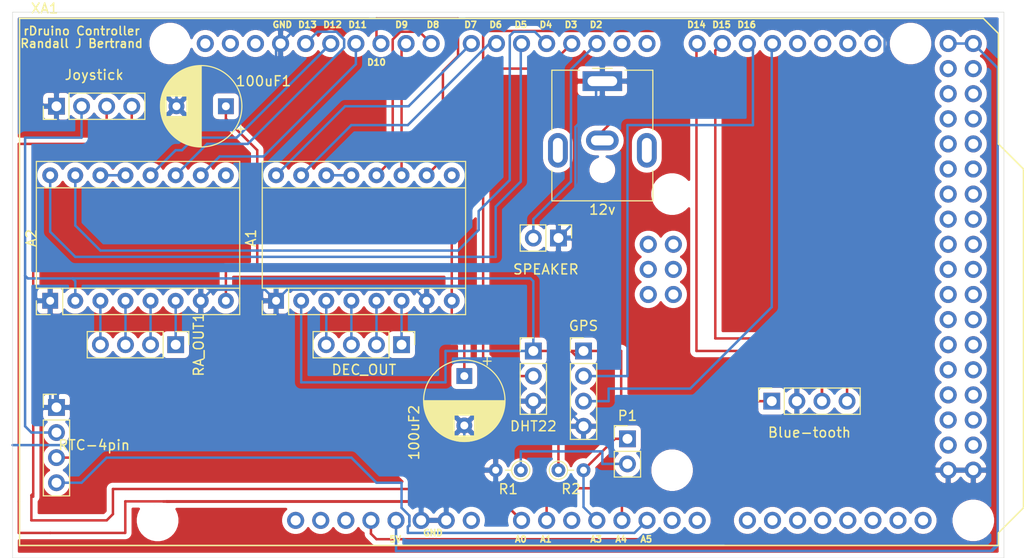
<source format=kicad_pcb>
(kicad_pcb (version 20171130) (host pcbnew "(5.1.8)-1")
  (layers (0 F.Cu signal) (31 B.Cu signal) (34 B.Paste user) (35 F.Paste user) (36 B.SilkS user) (37 F.SilkS user) (38 B.Mask user) (39 F.Mask user) (44 Edge.Cuts user))
  (net 0 "")
  (net 1 GND)
  (net 2 +3V3)
  (net 3 "Net-(A1-Pad10)")
  (net 4 "Net-(A1-Pad3)")
  (net 5 "Net-(A1-Pad11)")
  (net 6 "Net-(A1-Pad4)")
  (net 7 "Net-(A1-Pad12)")
  (net 8 "Net-(A1-Pad5)")
  (net 9 "Net-(A1-Pad6)")
  (net 10 "Net-(A1-Pad15)")
  (net 11 "Net-(A1-Pad16)")
  (net 12 "Net-(A2-Pad16)")
  (net 13 "Net-(A2-Pad15)")
  (net 14 "Net-(A2-Pad13)")
  (net 15 "Net-(A2-Pad6)")
  (net 16 "Net-(A2-Pad5)")
  (net 17 "Net-(A2-Pad12)")
  (net 18 "Net-(A2-Pad4)")
  (net 19 "Net-(A2-Pad11)")
  (net 20 "Net-(A2-Pad3)")
  (net 21 "Net-(A2-Pad10)")
  (net 22 "Net-(P1-Pad1)")
  (net 23 "Net-(P1-Pad2)")
  (net 24 "Net-(P2-Pad2)")
  (net 25 "Net-(P3-Pad3)")
  (net 26 "Net-(P3-Pad4)")
  (net 27 "Net-(P4-Pad4)")
  (net 28 "Net-(P4-Pad3)")
  (net 29 "Net-(P5-Pad4)")
  (net 30 "Net-(P5-Pad3)")
  (net 31 "Net-(P6-Pad2)")
  (net 32 +5V)
  (net 33 "Net-(P9-Pad2)")
  (net 34 "Net-(A1-Pad13)")
  (net 35 "Net-(100uF1-Pad1)")
  (net 36 "Net-(P2-Pad3)")
  (module Arduino:Arduino_Due_Shield (layer F.Cu) (at 88.340001 127)
    (fp_text reference XA1 (at 2.54 -54.356) (layer F.SilkS))
    (fp_text value Arduino_Due_Shield)
    (pad RST2 thru_hole oval (at 63.627 -25.4) (size 1.7272 1.7272) (drill 1.016) (layers *.Cu *.Mask))
    (pad GND4 thru_hole oval (at 66.167 -25.4) (size 1.7272 1.7272) (drill 1.016) (layers *.Cu *.Mask))
    (pad MOSI thru_hole oval (at 66.167 -27.94) (size 1.7272 1.7272) (drill 1.016) (layers *.Cu *.Mask))
    (pad SCK thru_hole oval (at 63.627 -27.94) (size 1.7272 1.7272) (drill 1.016) (layers *.Cu *.Mask))
    (pad 5V2 thru_hole oval (at 66.167 -30.48) (size 1.7272 1.7272) (drill 1.016) (layers *.Cu *.Mask))
    (pad A0 thru_hole oval (at 50.8 -2.54) (size 1.7272 1.7272) (drill 1.016) (layers *.Cu *.Mask) (net 25 "Net-(P3-Pad3)"))
    (pad VIN thru_hole oval (at 45.72 -2.54) (size 1.7272 1.7272) (drill 1.016) (layers *.Cu *.Mask))
    (pad GND3 thru_hole oval (at 43.18 -2.54) (size 1.7272 1.7272) (drill 1.016) (layers *.Cu *.Mask) (net 1 GND))
    (pad GND2 thru_hole oval (at 40.64 -2.54) (size 1.7272 1.7272) (drill 1.016) (layers *.Cu *.Mask) (net 1 GND))
    (pad 5V1 thru_hole oval (at 38.1 -2.54) (size 1.7272 1.7272) (drill 1.016) (layers *.Cu *.Mask) (net 32 +5V))
    (pad 3V3 thru_hole oval (at 35.56 -2.54) (size 1.7272 1.7272) (drill 1.016) (layers *.Cu *.Mask) (net 2 +3V3))
    (pad RST1 thru_hole oval (at 33.02 -2.54) (size 1.7272 1.7272) (drill 1.016) (layers *.Cu *.Mask))
    (pad IORF thru_hole oval (at 30.48 -2.54) (size 1.7272 1.7272) (drill 1.016) (layers *.Cu *.Mask))
    (pad D21 thru_hole oval (at 86.36 -50.8) (size 1.7272 1.7272) (drill 1.016) (layers *.Cu *.Mask))
    (pad D20 thru_hole oval (at 83.82 -50.8) (size 1.7272 1.7272) (drill 1.016) (layers *.Cu *.Mask))
    (pad D19 thru_hole oval (at 81.28 -50.8) (size 1.7272 1.7272) (drill 1.016) (layers *.Cu *.Mask))
    (pad D18 thru_hole oval (at 78.74 -50.8) (size 1.7272 1.7272) (drill 1.016) (layers *.Cu *.Mask))
    (pad D17 thru_hole oval (at 76.2 -50.8) (size 1.7272 1.7272) (drill 1.016) (layers *.Cu *.Mask) (net 36 "Net-(P2-Pad3)"))
    (pad D16 thru_hole oval (at 73.66 -50.8) (size 1.7272 1.7272) (drill 1.016) (layers *.Cu *.Mask) (net 24 "Net-(P2-Pad2)"))
    (pad D15 thru_hole oval (at 71.12 -50.8) (size 1.7272 1.7272) (drill 1.016) (layers *.Cu *.Mask) (net 29 "Net-(P5-Pad4)"))
    (pad D14 thru_hole oval (at 68.58 -50.8) (size 1.7272 1.7272) (drill 1.016) (layers *.Cu *.Mask) (net 30 "Net-(P5-Pad3)"))
    (pad D0 thru_hole oval (at 63.5 -50.8) (size 1.7272 1.7272) (drill 1.016) (layers *.Cu *.Mask))
    (pad D1 thru_hole oval (at 60.96 -50.8) (size 1.7272 1.7272) (drill 1.016) (layers *.Cu *.Mask))
    (pad D2 thru_hole oval (at 58.42 -50.8) (size 1.7272 1.7272) (drill 1.016) (layers *.Cu *.Mask) (net 33 "Net-(P9-Pad2)"))
    (pad D3 thru_hole oval (at 55.88 -50.8) (size 1.7272 1.7272) (drill 1.016) (layers *.Cu *.Mask) (net 31 "Net-(P6-Pad2)"))
    (pad D4 thru_hole oval (at 53.34 -50.8) (size 1.7272 1.7272) (drill 1.016) (layers *.Cu *.Mask) (net 13 "Net-(A2-Pad15)"))
    (pad D5 thru_hole oval (at 50.8 -50.8) (size 1.7272 1.7272) (drill 1.016) (layers *.Cu *.Mask) (net 12 "Net-(A2-Pad16)"))
    (pad D6 thru_hole oval (at 48.26 -50.8) (size 1.7272 1.7272) (drill 1.016) (layers *.Cu *.Mask) (net 10 "Net-(A1-Pad15)"))
    (pad D7 thru_hole oval (at 45.72 -50.8) (size 1.7272 1.7272) (drill 1.016) (layers *.Cu *.Mask) (net 11 "Net-(A1-Pad16)"))
    (pad GND1 thru_hole oval (at 26.416 -50.8) (size 1.7272 1.7272) (drill 1.016) (layers *.Cu *.Mask) (net 1 GND))
    (pad D8 thru_hole oval (at 41.656 -50.8) (size 1.7272 1.7272) (drill 1.016) (layers *.Cu *.Mask) (net 7 "Net-(A1-Pad12)"))
    (pad D9 thru_hole oval (at 39.116 -50.8) (size 1.7272 1.7272) (drill 1.016) (layers *.Cu *.Mask) (net 5 "Net-(A1-Pad11)"))
    (pad D10 thru_hole oval (at 36.576 -50.8) (size 1.7272 1.7272) (drill 1.016) (layers *.Cu *.Mask) (net 3 "Net-(A1-Pad10)"))
    (pad "" np_thru_hole circle (at 66.04 -7.62) (size 3.2 3.2) (drill 3.2) (layers *.Cu *.Mask))
    (pad "" np_thru_hole circle (at 66.04 -35.56) (size 3.2 3.2) (drill 3.2) (layers *.Cu *.Mask))
    (pad "" np_thru_hole circle (at 90.17 -50.8) (size 3.2 3.2) (drill 3.2) (layers *.Cu *.Mask))
    (pad "" np_thru_hole circle (at 15.24 -50.8) (size 3.2 3.2) (drill 3.2) (layers *.Cu *.Mask))
    (pad "" np_thru_hole circle (at 96.52 -2.54) (size 3.2 3.2) (drill 3.2) (layers *.Cu *.Mask))
    (pad "" np_thru_hole circle (at 13.97 -2.54) (size 3.2 3.2) (drill 3.2) (layers *.Cu *.Mask))
    (pad SCL1 thru_hole oval (at 18.796 -50.8) (size 1.7272 1.7272) (drill 1.016) (layers *.Cu *.Mask))
    (pad SDA1 thru_hole oval (at 21.336 -50.8) (size 1.7272 1.7272) (drill 1.016) (layers *.Cu *.Mask))
    (pad AREF thru_hole oval (at 23.876 -50.8) (size 1.7272 1.7272) (drill 1.016) (layers *.Cu *.Mask))
    (pad D13 thru_hole oval (at 28.956 -50.8) (size 1.7272 1.7272) (drill 1.016) (layers *.Cu *.Mask) (net 19 "Net-(A2-Pad11)"))
    (pad D12 thru_hole oval (at 31.496 -50.8) (size 1.7272 1.7272) (drill 1.016) (layers *.Cu *.Mask) (net 17 "Net-(A2-Pad12)"))
    (pad D11 thru_hole oval (at 34.036 -50.8) (size 1.7272 1.7272) (drill 1.016) (layers *.Cu *.Mask) (net 21 "Net-(A2-Pad10)"))
    (pad "" thru_hole oval (at 27.94 -2.54) (size 1.7272 1.7272) (drill 1.016) (layers *.Cu *.Mask))
    (pad A1 thru_hole oval (at 53.34 -2.54) (size 1.7272 1.7272) (drill 1.016) (layers *.Cu *.Mask) (net 26 "Net-(P3-Pad4)"))
    (pad A2 thru_hole oval (at 55.88 -2.54) (size 1.7272 1.7272) (drill 1.016) (layers *.Cu *.Mask))
    (pad A3 thru_hole oval (at 58.42 -2.54) (size 1.7272 1.7272) (drill 1.016) (layers *.Cu *.Mask) (net 22 "Net-(P1-Pad1)"))
    (pad A4 thru_hole oval (at 60.96 -2.54) (size 1.7272 1.7272) (drill 1.016) (layers *.Cu *.Mask) (net 28 "Net-(P4-Pad3)"))
    (pad A5 thru_hole oval (at 63.5 -2.54) (size 1.7272 1.7272) (drill 1.016) (layers *.Cu *.Mask) (net 27 "Net-(P4-Pad4)"))
    (pad A6 thru_hole oval (at 66.04 -2.54) (size 1.7272 1.7272) (drill 1.016) (layers *.Cu *.Mask))
    (pad A7 thru_hole oval (at 68.58 -2.54) (size 1.7272 1.7272) (drill 1.016) (layers *.Cu *.Mask))
    (pad A8 thru_hole oval (at 73.66 -2.54) (size 1.7272 1.7272) (drill 1.016) (layers *.Cu *.Mask))
    (pad A9 thru_hole oval (at 76.2 -2.54) (size 1.7272 1.7272) (drill 1.016) (layers *.Cu *.Mask))
    (pad A10 thru_hole oval (at 78.74 -2.54) (size 1.7272 1.7272) (drill 1.016) (layers *.Cu *.Mask))
    (pad A11 thru_hole oval (at 81.28 -2.54) (size 1.7272 1.7272) (drill 1.016) (layers *.Cu *.Mask))
    (pad DAC0 thru_hole oval (at 83.82 -2.54) (size 1.7272 1.7272) (drill 1.016) (layers *.Cu *.Mask))
    (pad DAC1 thru_hole oval (at 86.36 -2.54) (size 1.7272 1.7272) (drill 1.016) (layers *.Cu *.Mask))
    (pad CANR thru_hole oval (at 88.9 -2.54) (size 1.7272 1.7272) (drill 1.016) (layers *.Cu *.Mask))
    (pad CANT thru_hole oval (at 91.44 -2.54) (size 1.7272 1.7272) (drill 1.016) (layers *.Cu *.Mask))
    (pad 5V3 thru_hole oval (at 93.98 -50.8) (size 1.7272 1.7272) (drill 1.016) (layers *.Cu *.Mask) (net 32 +5V))
    (pad 5V4 thru_hole oval (at 96.52 -50.8) (size 1.7272 1.7272) (drill 1.016) (layers *.Cu *.Mask) (net 32 +5V))
    (pad D22 thru_hole oval (at 93.98 -48.26) (size 1.7272 1.7272) (drill 1.016) (layers *.Cu *.Mask))
    (pad D23 thru_hole oval (at 96.52 -48.26) (size 1.7272 1.7272) (drill 1.016) (layers *.Cu *.Mask))
    (pad D24 thru_hole oval (at 93.98 -45.72) (size 1.7272 1.7272) (drill 1.016) (layers *.Cu *.Mask))
    (pad D25 thru_hole oval (at 96.52 -45.72) (size 1.7272 1.7272) (drill 1.016) (layers *.Cu *.Mask))
    (pad D26 thru_hole oval (at 93.98 -43.18) (size 1.7272 1.7272) (drill 1.016) (layers *.Cu *.Mask))
    (pad D27 thru_hole oval (at 96.52 -43.18) (size 1.7272 1.7272) (drill 1.016) (layers *.Cu *.Mask))
    (pad D28 thru_hole oval (at 93.98 -40.64) (size 1.7272 1.7272) (drill 1.016) (layers *.Cu *.Mask))
    (pad D29 thru_hole oval (at 96.52 -40.64) (size 1.7272 1.7272) (drill 1.016) (layers *.Cu *.Mask))
    (pad D30 thru_hole oval (at 93.98 -38.1) (size 1.7272 1.7272) (drill 1.016) (layers *.Cu *.Mask))
    (pad D31 thru_hole oval (at 96.52 -38.1) (size 1.7272 1.7272) (drill 1.016) (layers *.Cu *.Mask))
    (pad D32 thru_hole oval (at 93.98 -35.56) (size 1.7272 1.7272) (drill 1.016) (layers *.Cu *.Mask))
    (pad D33 thru_hole oval (at 96.52 -35.56) (size 1.7272 1.7272) (drill 1.016) (layers *.Cu *.Mask))
    (pad D34 thru_hole oval (at 93.98 -33.02) (size 1.7272 1.7272) (drill 1.016) (layers *.Cu *.Mask))
    (pad D35 thru_hole oval (at 96.52 -33.02) (size 1.7272 1.7272) (drill 1.016) (layers *.Cu *.Mask))
    (pad D36 thru_hole oval (at 93.98 -30.48) (size 1.7272 1.7272) (drill 1.016) (layers *.Cu *.Mask))
    (pad D37 thru_hole oval (at 96.52 -30.48) (size 1.7272 1.7272) (drill 1.016) (layers *.Cu *.Mask))
    (pad D38 thru_hole oval (at 93.98 -27.94) (size 1.7272 1.7272) (drill 1.016) (layers *.Cu *.Mask))
    (pad D39 thru_hole oval (at 96.52 -27.94) (size 1.7272 1.7272) (drill 1.016) (layers *.Cu *.Mask))
    (pad D40 thru_hole oval (at 93.98 -25.4) (size 1.7272 1.7272) (drill 1.016) (layers *.Cu *.Mask))
    (pad D41 thru_hole oval (at 96.52 -25.4) (size 1.7272 1.7272) (drill 1.016) (layers *.Cu *.Mask))
    (pad D42 thru_hole oval (at 93.98 -22.86) (size 1.7272 1.7272) (drill 1.016) (layers *.Cu *.Mask))
    (pad D43 thru_hole oval (at 96.52 -22.86) (size 1.7272 1.7272) (drill 1.016) (layers *.Cu *.Mask))
    (pad D44 thru_hole oval (at 93.98 -20.32) (size 1.7272 1.7272) (drill 1.016) (layers *.Cu *.Mask))
    (pad D45 thru_hole oval (at 96.52 -20.32) (size 1.7272 1.7272) (drill 1.016) (layers *.Cu *.Mask))
    (pad D46 thru_hole oval (at 93.98 -17.78) (size 1.7272 1.7272) (drill 1.016) (layers *.Cu *.Mask))
    (pad D47 thru_hole oval (at 96.52 -17.78) (size 1.7272 1.7272) (drill 1.016) (layers *.Cu *.Mask))
    (pad D48 thru_hole oval (at 93.98 -15.24) (size 1.7272 1.7272) (drill 1.016) (layers *.Cu *.Mask))
    (pad D49 thru_hole oval (at 96.52 -15.24) (size 1.7272 1.7272) (drill 1.016) (layers *.Cu *.Mask))
    (pad D50 thru_hole oval (at 93.98 -12.7) (size 1.7272 1.7272) (drill 1.016) (layers *.Cu *.Mask))
    (pad D51 thru_hole oval (at 96.52 -12.7) (size 1.7272 1.7272) (drill 1.016) (layers *.Cu *.Mask))
    (pad D52 thru_hole oval (at 93.98 -10.16) (size 1.7272 1.7272) (drill 1.016) (layers *.Cu *.Mask))
    (pad D53 thru_hole oval (at 96.52 -10.16) (size 1.7272 1.7272) (drill 1.016) (layers *.Cu *.Mask))
    (pad GND5 thru_hole oval (at 93.98 -7.62) (size 1.7272 1.7272) (drill 1.016) (layers *.Cu *.Mask) (net 1 GND))
    (pad GND6 thru_hole oval (at 96.52 -7.62) (size 1.7272 1.7272) (drill 1.016) (layers *.Cu *.Mask) (net 1 GND))
    (pad MISO thru_hole oval (at 63.627 -30.48) (size 1.7272 1.7272) (drill 1.016) (layers *.Cu *.Mask))
  )
  (module Connector_BarrelJack:BarrelJack_CUI_PJ-063AH_Horizontal (layer F.Cu) (at 147.32 80.01)
    (fp_text reference J1)
    (fp_text value 12v (at 0 13) (layer F.SilkS))
    (pad 1 thru_hole rect (at 0 0) (size 4 2) (drill oval 3 1) (layers *.Cu *.Mask) (net 1 GND))
    (pad 2 thru_hole oval (at 0 6) (size 3.3 2) (drill oval 2.3 1) (layers *.Cu *.Mask) (net 35 "Net-(100uF1-Pad1)"))
    (pad MP thru_hole oval (at -4.5 7) (size 2 3.5) (drill oval 1 2.5) (layers *.Cu *.Mask))
    (pad MP thru_hole oval (at 4.5 7) (size 2 3.5) (drill oval 1 2.5) (layers *.Cu *.Mask))
    (pad "" np_thru_hole circle (at 0 9) (size 1.6 1.6) (drill 1.6) (layers *.Cu *.Mask))
  )
  (module Module:Pololu_Breakout-16_15.2x20.3mm (layer F.Cu) (at 114.3 102.235 90)
    (fp_text reference A1 (at 6.35 -2.54 90) (layer F.SilkS))
    (fp_text value "DRV8825 -DEC")
    (pad 1 thru_hole rect (at 0 0 90) (size 1.6 1.6) (drill 0.8) (layers *.Cu *.Mask) (net 1 GND))
    (pad 9 thru_hole oval (at 12.7 17.78 90) (size 1.6 1.6) (drill 0.8) (layers *.Cu *.Mask))
    (pad 2 thru_hole oval (at 0 2.54 90) (size 1.6 1.6) (drill 0.8) (layers *.Cu *.Mask) (net 2 +3V3))
    (pad 10 thru_hole oval (at 12.7 15.24 90) (size 1.6 1.6) (drill 0.8) (layers *.Cu *.Mask) (net 3 "Net-(A1-Pad10)"))
    (pad 3 thru_hole oval (at 0 5.08 90) (size 1.6 1.6) (drill 0.8) (layers *.Cu *.Mask) (net 4 "Net-(A1-Pad3)"))
    (pad 11 thru_hole oval (at 12.7 12.7 90) (size 1.6 1.6) (drill 0.8) (layers *.Cu *.Mask) (net 5 "Net-(A1-Pad11)"))
    (pad 4 thru_hole oval (at 0 7.62 90) (size 1.6 1.6) (drill 0.8) (layers *.Cu *.Mask) (net 6 "Net-(A1-Pad4)"))
    (pad 12 thru_hole oval (at 12.7 10.16 90) (size 1.6 1.6) (drill 0.8) (layers *.Cu *.Mask) (net 7 "Net-(A1-Pad12)"))
    (pad 5 thru_hole oval (at 0 10.16 90) (size 1.6 1.6) (drill 0.8) (layers *.Cu *.Mask) (net 8 "Net-(A1-Pad5)"))
    (pad 13 thru_hole oval (at 12.7 7.62 90) (size 1.6 1.6) (drill 0.8) (layers *.Cu *.Mask) (net 34 "Net-(A1-Pad13)"))
    (pad 6 thru_hole oval (at 0 12.7 90) (size 1.6 1.6) (drill 0.8) (layers *.Cu *.Mask) (net 9 "Net-(A1-Pad6)"))
    (pad 14 thru_hole oval (at 12.7 5.08 90) (size 1.6 1.6) (drill 0.8) (layers *.Cu *.Mask) (net 34 "Net-(A1-Pad13)"))
    (pad 7 thru_hole oval (at 0 15.24 90) (size 1.6 1.6) (drill 0.8) (layers *.Cu *.Mask) (net 1 GND))
    (pad 15 thru_hole oval (at 12.7 2.54 90) (size 1.6 1.6) (drill 0.8) (layers *.Cu *.Mask) (net 10 "Net-(A1-Pad15)"))
    (pad 8 thru_hole oval (at 0 17.78 90) (size 1.6 1.6) (drill 0.8) (layers *.Cu *.Mask) (net 35 "Net-(100uF1-Pad1)"))
    (pad 16 thru_hole oval (at 12.7 0 90) (size 1.6 1.6) (drill 0.8) (layers *.Cu *.Mask) (net 11 "Net-(A1-Pad16)"))
  )
  (module Module:Pololu_Breakout-16_15.2x20.3mm (layer F.Cu) (at 91.44 102.235 90)
    (fp_text reference A2 (at 6.35 -1.905 90) (layer F.SilkS))
    (fp_text value "DRV8825 - RA")
    (pad 16 thru_hole oval (at 12.7 0 90) (size 1.6 1.6) (drill 0.8) (layers *.Cu *.Mask) (net 12 "Net-(A2-Pad16)"))
    (pad 8 thru_hole oval (at 0 17.78 90) (size 1.6 1.6) (drill 0.8) (layers *.Cu *.Mask) (net 35 "Net-(100uF1-Pad1)"))
    (pad 15 thru_hole oval (at 12.7 2.54 90) (size 1.6 1.6) (drill 0.8) (layers *.Cu *.Mask) (net 13 "Net-(A2-Pad15)"))
    (pad 7 thru_hole oval (at 0 15.24 90) (size 1.6 1.6) (drill 0.8) (layers *.Cu *.Mask) (net 1 GND))
    (pad 14 thru_hole oval (at 12.7 5.08 90) (size 1.6 1.6) (drill 0.8) (layers *.Cu *.Mask) (net 14 "Net-(A2-Pad13)"))
    (pad 6 thru_hole oval (at 0 12.7 90) (size 1.6 1.6) (drill 0.8) (layers *.Cu *.Mask) (net 15 "Net-(A2-Pad6)"))
    (pad 13 thru_hole oval (at 12.7 7.62 90) (size 1.6 1.6) (drill 0.8) (layers *.Cu *.Mask) (net 14 "Net-(A2-Pad13)"))
    (pad 5 thru_hole oval (at 0 10.16 90) (size 1.6 1.6) (drill 0.8) (layers *.Cu *.Mask) (net 16 "Net-(A2-Pad5)"))
    (pad 12 thru_hole oval (at 12.7 10.16 90) (size 1.6 1.6) (drill 0.8) (layers *.Cu *.Mask) (net 17 "Net-(A2-Pad12)"))
    (pad 4 thru_hole oval (at 0 7.62 90) (size 1.6 1.6) (drill 0.8) (layers *.Cu *.Mask) (net 18 "Net-(A2-Pad4)"))
    (pad 11 thru_hole oval (at 12.7 12.7 90) (size 1.6 1.6) (drill 0.8) (layers *.Cu *.Mask) (net 19 "Net-(A2-Pad11)"))
    (pad 3 thru_hole oval (at 0 5.08 90) (size 1.6 1.6) (drill 0.8) (layers *.Cu *.Mask) (net 20 "Net-(A2-Pad3)"))
    (pad 10 thru_hole oval (at 12.7 15.24 90) (size 1.6 1.6) (drill 0.8) (layers *.Cu *.Mask) (net 21 "Net-(A2-Pad10)"))
    (pad 2 thru_hole oval (at 0 2.54 90) (size 1.6 1.6) (drill 0.8) (layers *.Cu *.Mask) (net 2 +3V3))
    (pad 9 thru_hole oval (at 12.7 17.78 90) (size 1.6 1.6) (drill 0.8) (layers *.Cu *.Mask))
    (pad 1 thru_hole rect (at 0 0 90) (size 1.6 1.6) (drill 0.8) (layers *.Cu *.Mask) (net 1 GND))
  )
  (module Connector_PinHeader_2.54mm:PinHeader_1x04_P2.54mm_Vertical (layer F.Cu) (at 145.415 107.315)
    (fp_text reference P2)
    (fp_text value GPS (at 0 -2.54) (layer F.SilkS))
    (pad 1 thru_hole rect (at 0 0) (size 1.7 1.7) (drill 1) (layers *.Cu *.Mask) (net 2 +3V3))
    (pad 2 thru_hole oval (at 0 2.54) (size 1.7 1.7) (drill 1) (layers *.Cu *.Mask) (net 24 "Net-(P2-Pad2)"))
    (pad 3 thru_hole oval (at 0 5.08) (size 1.7 1.7) (drill 1) (layers *.Cu *.Mask) (net 36 "Net-(P2-Pad3)"))
    (pad 4 thru_hole oval (at 0 7.62) (size 1.7 1.7) (drill 1) (layers *.Cu *.Mask) (net 1 GND))
  )
  (module Connector_PinHeader_2.54mm:PinHeader_1x04_P2.54mm_Vertical (layer F.Cu) (at 92.075 82.55 90)
    (fp_text reference P3)
    (fp_text value Joystick (at 3.175 3.81 180) (layer F.SilkS))
    (pad 1 thru_hole rect (at 0 0 90) (size 1.7 1.7) (drill 1) (layers *.Cu *.Mask) (net 1 GND))
    (pad 2 thru_hole oval (at 0 2.54 90) (size 1.7 1.7) (drill 1) (layers *.Cu *.Mask) (net 2 +3V3))
    (pad 3 thru_hole oval (at 0 5.08 90) (size 1.7 1.7) (drill 1) (layers *.Cu *.Mask) (net 25 "Net-(P3-Pad3)"))
    (pad 4 thru_hole oval (at 0 7.62 90) (size 1.7 1.7) (drill 1) (layers *.Cu *.Mask) (net 26 "Net-(P3-Pad4)"))
  )
  (module Connector_PinHeader_2.54mm:PinHeader_1x04_P2.54mm_Vertical (layer F.Cu) (at 92.075 113.03)
    (fp_text reference P4)
    (fp_text value RTC-4pin (at 3.81 3.81) (layer F.SilkS))
    (pad 4 thru_hole oval (at 0 7.62) (size 1.7 1.7) (drill 1) (layers *.Cu *.Mask) (net 27 "Net-(P4-Pad4)"))
    (pad 3 thru_hole oval (at 0 5.08) (size 1.7 1.7) (drill 1) (layers *.Cu *.Mask) (net 28 "Net-(P4-Pad3)"))
    (pad 2 thru_hole oval (at 0 2.54) (size 1.7 1.7) (drill 1) (layers *.Cu *.Mask) (net 2 +3V3))
    (pad 1 thru_hole rect (at 0 0) (size 1.7 1.7) (drill 1) (layers *.Cu *.Mask) (net 1 GND))
  )
  (module Connector_PinHeader_2.54mm:PinHeader_1x04_P2.54mm_Vertical (layer F.Cu) (at 127 106.68 270)
    (fp_text reference DEC_OUT1)
    (fp_text value DEC_OUT (at 2.54 3.81 180) (layer F.SilkS))
    (pad 4 thru_hole oval (at 0 7.62 270) (size 1.7 1.7) (drill 1) (layers *.Cu *.Mask) (net 4 "Net-(A1-Pad3)"))
    (pad 3 thru_hole oval (at 0 5.08 270) (size 1.7 1.7) (drill 1) (layers *.Cu *.Mask) (net 6 "Net-(A1-Pad4)"))
    (pad 2 thru_hole oval (at 0 2.54 270) (size 1.7 1.7) (drill 1) (layers *.Cu *.Mask) (net 8 "Net-(A1-Pad5)"))
    (pad 1 thru_hole rect (at 0 0 270) (size 1.7 1.7) (drill 1) (layers *.Cu *.Mask) (net 9 "Net-(A1-Pad6)"))
  )
  (module Connector_PinHeader_2.54mm:PinHeader_1x02_P2.54mm_Vertical (layer F.Cu) (at 142.875 95.885 270)
    (fp_text reference P9)
    (fp_text value SPEAKER (at 3.175 1.27 180) (layer F.SilkS))
    (pad 1 thru_hole rect (at 0 0 270) (size 1.7 1.7) (drill 1) (layers *.Cu *.Mask) (net 1 GND))
    (pad 2 thru_hole oval (at 0 2.54 270) (size 1.7 1.7) (drill 1) (layers *.Cu *.Mask) (net 33 "Net-(P9-Pad2)"))
  )
  (module Connector_PinSocket_2.54mm:PinSocket_1x04_P2.54mm_Vertical (layer F.Cu) (at 164.465 112.395 90)
    (fp_text reference P5)
    (fp_text value Blue-tooth (at -3.175 3.81 180) (layer F.SilkS))
    (pad 4 thru_hole oval (at 0 7.62 90) (size 1.7 1.7) (drill 1) (layers *.Cu *.Mask) (net 29 "Net-(P5-Pad4)"))
    (pad 3 thru_hole oval (at 0 5.08 90) (size 1.7 1.7) (drill 1) (layers *.Cu *.Mask) (net 30 "Net-(P5-Pad3)"))
    (pad 2 thru_hole oval (at 0 2.54 90) (size 1.7 1.7) (drill 1) (layers *.Cu *.Mask) (net 1 GND))
    (pad 1 thru_hole rect (at 0 0 90) (size 1.7 1.7) (drill 1) (layers *.Cu *.Mask) (net 2 +3V3))
  )
  (module Resistor_THT:R_Axial_DIN0204_L3.6mm_D1.6mm_P2.54mm_Vertical (layer F.Cu) (at 139.065 119.38 180)
    (fp_text reference R1 (at 1.27 -1.92) (layer F.SilkS))
    (fp_text value "330 Ohms")
    (pad 1 thru_hole circle (at 0 0 180) (size 1.4 1.4) (drill 0.7) (layers *.Cu *.Mask) (net 23 "Net-(P1-Pad2)"))
    (pad 2 thru_hole oval (at 2.54 0 180) (size 1.4 1.4) (drill 0.7) (layers *.Cu *.Mask) (net 1 GND))
  )
  (module Resistor_THT:R_Axial_DIN0204_L3.6mm_D1.6mm_P2.54mm_Vertical (layer F.Cu) (at 142.875 119.38)
    (fp_text reference R2 (at 1.27 1.905) (layer F.SilkS))
    (fp_text value "330 Ohms")
    (pad 2 thru_hole oval (at 2.54 0) (size 1.4 1.4) (drill 0.7) (layers *.Cu *.Mask) (net 22 "Net-(P1-Pad1)"))
    (pad 1 thru_hole circle (at 0 0) (size 1.4 1.4) (drill 0.7) (layers *.Cu *.Mask) (net 2 +3V3))
  )
  (module Connector_PinHeader_2.54mm:PinHeader_1x03_P2.54mm_Vertical (layer F.Cu) (at 140.335 107.315)
    (fp_text reference P6)
    (fp_text value DHT22 (at 0 7.62) (layer F.SilkS))
    (pad 1 thru_hole rect (at 0 0) (size 1.7 1.7) (drill 1) (layers *.Cu *.Mask) (net 2 +3V3))
    (pad 2 thru_hole oval (at 0 2.54) (size 1.7 1.7) (drill 1) (layers *.Cu *.Mask) (net 31 "Net-(P6-Pad2)"))
    (pad 3 thru_hole oval (at 0 5.08) (size 1.7 1.7) (drill 1) (layers *.Cu *.Mask) (net 1 GND))
  )
  (module Capacitor_THT:CP_Radial_D8.0mm_P5.00mm (layer F.Cu) (at 109.22 82.55 180)
    (fp_text reference 100uF1 (at -3.81 2.54) (layer F.SilkS))
    (fp_text value CP1)
    (pad 1 thru_hole rect (at 0 0 180) (size 1.6 1.6) (drill 0.8) (layers *.Cu *.Mask) (net 35 "Net-(100uF1-Pad1)"))
    (pad 2 thru_hole circle (at 5 0 180) (size 1.6 1.6) (drill 0.8) (layers *.Cu *.Mask) (net 1 GND))
  )
  (module Capacitor_THT:CP_Radial_D8.0mm_P5.00mm (layer F.Cu) (at 133.35 109.855 270)
    (fp_text reference 100uF2 (at 5.715 5.08 90) (layer F.SilkS))
    (fp_text value CP1)
    (pad 2 thru_hole circle (at 5 0 270) (size 1.6 1.6) (drill 0.8) (layers *.Cu *.Mask) (net 1 GND))
    (pad 1 thru_hole rect (at 0 0 270) (size 1.6 1.6) (drill 0.8) (layers *.Cu *.Mask) (net 35 "Net-(100uF1-Pad1)"))
  )
  (module Connector_PinHeader_2.54mm:PinHeader_1x02_P2.54mm_Vertical (layer F.Cu) (at 149.86 116.205)
    (fp_text reference P1 (at 0 -2.33) (layer F.SilkS))
    (fp_text value Switch)
    (pad 1 thru_hole rect (at 0 0) (size 1.7 1.7) (drill 1) (layers *.Cu *.Mask) (net 22 "Net-(P1-Pad1)"))
    (pad 2 thru_hole oval (at 0 2.54) (size 1.7 1.7) (drill 1) (layers *.Cu *.Mask) (net 23 "Net-(P1-Pad2)"))
  )
  (module Connector_PinHeader_2.54mm:PinHeader_1x04_P2.54mm_Vertical (layer F.Cu) (at 104.14 106.68 270)
    (fp_text reference RA_OUT1 (at 0 -2.33 90) (layer F.SilkS))
    (fp_text value RA_OUT)
    (pad 1 thru_hole rect (at 0 0 270) (size 1.7 1.7) (drill 1) (layers *.Cu *.Mask) (net 15 "Net-(A2-Pad6)"))
    (pad 2 thru_hole oval (at 0 2.54 270) (size 1.7 1.7) (drill 1) (layers *.Cu *.Mask) (net 16 "Net-(A2-Pad5)"))
    (pad 3 thru_hole oval (at 0 5.08 270) (size 1.7 1.7) (drill 1) (layers *.Cu *.Mask) (net 18 "Net-(A2-Pad4)"))
    (pad 4 thru_hole oval (at 0 7.62 270) (size 1.7 1.7) (drill 1) (layers *.Cu *.Mask) (net 20 "Net-(A2-Pad3)"))
  )
  (gr_text "Randall J Bertrand" (at 94.615 76.2) (layer F.SilkS) (effects (font (size 0.8636 0.8636) (thickness 0.15875))))
  (gr_text "rDruino Controller" (at 94.615 74.93) (layer F.SilkS) (effects (font (size 0.8636 0.8636) (thickness 0.1524))))
  (gr_text D16 (at 161.925 74.295) (layer F.SilkS) (effects (font (size 0.635 0.635) (thickness 0.15875))))
  (gr_text D15 (at 159.385 74.295) (layer F.SilkS) (effects (font (size 0.635 0.635) (thickness 0.15875))))
  (gr_text D14 (at 156.845 74.295) (layer F.SilkS) (effects (font (size 0.635 0.635) (thickness 0.15875))))
  (gr_text D2 (at 146.685 74.295) (layer F.SilkS) (effects (font (size 0.635 0.635) (thickness 0.15875))))
  (gr_text D3 (at 144.145 74.295) (layer F.SilkS) (effects (font (size 0.635 0.635) (thickness 0.15875))))
  (gr_text D4 (at 141.605 74.295) (layer F.SilkS) (effects (font (size 0.635 0.635) (thickness 0.15875))))
  (gr_text D5 (at 139.065 74.295) (layer F.SilkS) (effects (font (size 0.635 0.635) (thickness 0.15875))))
  (gr_text D6 (at 136.525 74.295) (layer F.SilkS) (effects (font (size 0.635 0.635) (thickness 0.15875))))
  (gr_text D7 (at 133.985 74.295) (layer F.SilkS) (effects (font (size 0.635 0.635) (thickness 0.15875))))
  (gr_text D8 (at 130.175 74.295) (layer F.SilkS) (effects (font (size 0.635 0.635) (thickness 0.15875))))
  (gr_text D9 (at 127 74.295) (layer F.SilkS) (effects (font (size 0.635 0.635) (thickness 0.15875))))
  (gr_text D10 (at 124.46 78.105) (layer F.SilkS) (effects (font (size 0.635 0.635) (thickness 0.15875))))
  (gr_text D11 (at 122.555 74.295) (layer F.SilkS) (effects (font (size 0.635 0.635) (thickness 0.15875))))
  (gr_text D12 (at 120.015 74.295) (layer F.SilkS) (effects (font (size 0.635 0.635) (thickness 0.15875))))
  (gr_text D13 (at 117.475 74.295) (layer F.SilkS) (effects (font (size 0.635 0.635) (thickness 0.15875))))
  (gr_text GND (at 114.935 74.295) (layer F.SilkS) (effects (font (size 0.635 0.635) (thickness 0.15875))))
  (gr_text A5 (at 151.765 126.365) (layer F.SilkS) (effects (font (size 0.635 0.635) (thickness 0.15875))))
  (gr_text A4 (at 149.225 126.365) (layer F.SilkS) (effects (font (size 0.635 0.635) (thickness 0.15875))))
  (gr_text A3 (at 146.685 126.365) (layer F.SilkS) (effects (font (size 0.635 0.635) (thickness 0.15875))))
  (gr_text A1 (at 141.605 126.365) (layer F.SilkS) (effects (font (size 0.635 0.635) (thickness 0.15875))))
  (gr_text A0 (at 139.065 126.365) (layer F.SilkS) (effects (font (size 0.635 0.635) (thickness 0.15875))))
  (gr_text 5V (at 126.365 126.365) (layer F.SilkS) (effects (font (size 0.635 0.635) (thickness 0.15875))))
  (gr_text GND (at 130.175 125.73) (layer F.SilkS) (effects (font (size 0.635 0.635) (thickness 0.15875))))
  (gr_line (start 187.96 73.025) (end 87.63 73.025) (layer Edge.Cuts) (width 0.05))
  (gr_line (start 187.96 128.27) (end 187.96 73.025) (layer Edge.Cuts) (width 0.05))
  (gr_line (start 87.63 128.27) (end 187.96 128.27) (layer Edge.Cuts) (width 0.05))
  (gr_line (start 87.63 73.025) (end 87.63 128.27) (layer Edge.Cuts) (width 0.05))
  (segment (start 184.860001 119.38) (end 182.320001 119.38) (width 0.25) (layer B.Cu) (net 1))
  (segment (start 115.425001 101.109999) (end 114.3 102.235) (width 0.25) (layer B.Cu) (net 1))
  (segment (start 128.414999 101.109999) (end 115.425001 101.109999) (width 0.25) (layer B.Cu) (net 1))
  (segment (start 129.54 102.235) (end 128.414999 101.109999) (width 0.25) (layer B.Cu) (net 1))
  (segment (start 107.805001 101.109999) (end 106.68 102.235) (width 0.25) (layer B.Cu) (net 1))
  (segment (start 114.3 102.235) (end 113.174999 101.109999) (width 0.25) (layer B.Cu) (net 1))
  (segment (start 106.68 111.125) (end 106.045 111.76) (width 0.25) (layer B.Cu) (net 1))
  (segment (start 106.68 102.235) (end 106.68 111.125) (width 0.25) (layer B.Cu) (net 1))
  (segment (start 104.869999 112.935001) (end 91.534999 112.935001) (width 0.25) (layer B.Cu) (net 1))
  (segment (start 106.045 111.76) (end 104.869999 112.935001) (width 0.25) (layer B.Cu) (net 1))
  (segment (start 91.44 112.840002) (end 91.44 111.76) (width 0.25) (layer B.Cu) (net 1))
  (segment (start 91.534999 112.935001) (end 91.44 112.840002) (width 0.25) (layer B.Cu) (net 1))
  (segment (start 91.44 111.76) (end 91.44 102.235) (width 0.25) (layer B.Cu) (net 1))
  (segment (start 128.980001 124.46) (end 131.520001 124.46) (width 0.25) (layer B.Cu) (net 1))
  (segment (start 136.525 119.455001) (end 136.525 119.38) (width 0.25) (layer B.Cu) (net 1))
  (segment (start 91.44 102.235) (end 91.44 101.6) (width 0.25) (layer B.Cu) (net 1))
  (segment (start 114.756001 76.378999) (end 114.756001 76.2) (width 0.25) (layer B.Cu) (net 1))
  (segment (start 175.888602 75.629471) (end 174.554131 74.295) (width 0.25) (layer B.Cu) (net 1))
  (segment (start 175.888602 116.198602) (end 175.888602 75.629471) (width 0.25) (layer B.Cu) (net 1))
  (segment (start 116.661001 74.295) (end 114.756001 76.2) (width 0.25) (layer B.Cu) (net 1))
  (segment (start 167.005 112.395) (end 167.005 116.84) (width 0.25) (layer B.Cu) (net 1))
  (segment (start 92.075 82.55) (end 92.075 78.74) (width 0.25) (layer B.Cu) (net 1))
  (segment (start 114.3 76.656001) (end 114.756001 76.2) (width 0.25) (layer B.Cu) (net 1))
  (segment (start 114.3 78.74) (end 114.3 76.656001) (width 0.25) (layer B.Cu) (net 1))
  (segment (start 142.875 112.395) (end 145.415 114.935) (width 0.25) (layer B.Cu) (net 1))
  (segment (start 140.335 112.395) (end 142.875 112.395) (width 0.25) (layer B.Cu) (net 1))
  (segment (start 131.520001 124.46) (end 131.520001 119.455001) (width 0.25) (layer B.Cu) (net 1))
  (segment (start 131.520001 119.455001) (end 131.595002 119.38) (width 0.25) (layer B.Cu) (net 1))
  (segment (start 136.525 112.395) (end 140.335 112.395) (width 0.25) (layer B.Cu) (net 1))
  (segment (start 154.94 116.84) (end 154.94 113.665) (width 0.25) (layer B.Cu) (net 1))
  (segment (start 154.94 116.84) (end 173.99 116.84) (width 0.25) (layer B.Cu) (net 1))
  (segment (start 154.94 113.665) (end 147.32 113.665) (width 0.25) (layer B.Cu) (net 1))
  (segment (start 145.415 114.935) (end 147.32 114.935) (width 0.25) (layer B.Cu) (net 1))
  (segment (start 147.32 114.935) (end 147.32 113.665) (width 0.25) (layer B.Cu) (net 1))
  (segment (start 175.895 119.38) (end 182.320001 119.38) (width 0.25) (layer B.Cu) (net 1))
  (segment (start 175.895 116.205) (end 175.895 119.38) (width 0.25) (layer B.Cu) (net 1))
  (segment (start 173.99 116.84) (end 175.895 116.84) (width 0.25) (layer B.Cu) (net 1))
  (segment (start 87.63 116.84) (end 94.615 116.84) (width 0.25) (layer B.Cu) (net 1))
  (segment (start 94.615 116.84) (end 94.615 113.03) (width 0.25) (layer B.Cu) (net 1))
  (segment (start 153.67 77.47) (end 153.67 74.295) (width 0.25) (layer B.Cu) (net 1))
  (segment (start 153.67 74.295) (end 116.661001 74.295) (width 0.25) (layer B.Cu) (net 1))
  (segment (start 174.554131 74.295) (end 153.67 74.295) (width 0.25) (layer B.Cu) (net 1))
  (segment (start 147.32 80.01) (end 151.13 80.01) (width 0.25) (layer B.Cu) (net 1))
  (segment (start 144.59501 94.16499) (end 144.59501 84.63999) (width 0.25) (layer B.Cu) (net 1))
  (segment (start 142.875 95.885) (end 144.59501 94.16499) (width 0.25) (layer B.Cu) (net 1))
  (segment (start 144.59501 84.63999) (end 146.685 82.55) (width 0.25) (layer B.Cu) (net 1))
  (segment (start 146.685 80.645) (end 147.32 80.01) (width 0.25) (layer B.Cu) (net 1))
  (segment (start 146.685 82.55) (end 146.685 80.645) (width 0.25) (layer B.Cu) (net 1))
  (segment (start 151.13 80.01) (end 153.67 77.47) (width 0.25) (layer B.Cu) (net 1))
  (segment (start 104.22 78.82) (end 104.14 78.74) (width 0.25) (layer B.Cu) (net 1))
  (segment (start 104.22 82.55) (end 104.22 78.82) (width 0.25) (layer B.Cu) (net 1))
  (segment (start 104.14 78.74) (end 114.3 78.74) (width 0.25) (layer B.Cu) (net 1))
  (segment (start 92.075 78.74) (end 104.14 78.74) (width 0.25) (layer B.Cu) (net 1))
  (segment (start 133.35 119.38) (end 136.525 119.38) (width 0.25) (layer B.Cu) (net 1))
  (segment (start 133.35 114.855) (end 133.35 119.38) (width 0.25) (layer B.Cu) (net 1))
  (segment (start 131.595002 119.38) (end 133.35 119.38) (width 0.25) (layer B.Cu) (net 1))
  (segment (start 142.875 95.885) (end 142.875 112.395) (width 0.25) (layer B.Cu) (net 1))
  (segment (start 111.615001 101.109999) (end 111.615001 112.250001) (width 0.25) (layer B.Cu) (net 1))
  (segment (start 113.174999 101.109999) (end 111.615001 101.109999) (width 0.25) (layer B.Cu) (net 1))
  (segment (start 111.615001 101.109999) (end 107.805001 101.109999) (width 0.25) (layer B.Cu) (net 1))
  (segment (start 111.615001 112.250001) (end 112.395 113.03) (width 0.25) (layer B.Cu) (net 1))
  (segment (start 112.395 113.03) (end 136.525 113.03) (width 0.25) (layer B.Cu) (net 1))
  (segment (start 136.525 113.03) (end 136.525 112.395) (width 0.25) (layer B.Cu) (net 1))
  (segment (start 136.525 119.38) (end 136.525 113.03) (width 0.25) (layer B.Cu) (net 1))
  (segment (start 93.98 102.235) (end 93.98 100.254978) (width 0.25) (layer B.Cu) (net 2))
  (segment (start 93.98 100.254978) (end 93.700011 99.974989) (width 0.25) (layer B.Cu) (net 2))
  (segment (start 94.615 85.725) (end 94.615 82.55) (width 0.25) (layer B.Cu) (net 2))
  (segment (start 88.9 85.725) (end 94.615 85.725) (width 0.25) (layer B.Cu) (net 2))
  (segment (start 88.9 99.695) (end 88.9 85.725) (width 0.25) (layer B.Cu) (net 2))
  (segment (start 89.179989 99.974989) (end 88.9 99.695) (width 0.25) (layer B.Cu) (net 2))
  (segment (start 93.700011 99.974989) (end 89.179989 99.974989) (width 0.25) (layer B.Cu) (net 2))
  (segment (start 92.075 115.57) (end 89.535 115.57) (width 0.25) (layer B.Cu) (net 2))
  (segment (start 88.9 114.935) (end 88.9 99.695) (width 0.25) (layer B.Cu) (net 2))
  (segment (start 89.535 115.57) (end 88.9 114.935) (width 0.25) (layer B.Cu) (net 2))
  (segment (start 144.145 107.315) (end 144.78 107.95) (width 0.25) (layer F.Cu) (net 2))
  (segment (start 149.225 112.395) (end 149.225 107.315) (width 0.25) (layer F.Cu) (net 2))
  (segment (start 149.225 107.315) (end 145.415 107.315) (width 0.25) (layer F.Cu) (net 2))
  (segment (start 116.84 102.235) (end 116.84 110.49) (width 0.25) (layer B.Cu) (net 2))
  (segment (start 116.84 110.49) (end 131.445 110.49) (width 0.25) (layer B.Cu) (net 2))
  (segment (start 131.445 110.49) (end 131.445 107.315) (width 0.25) (layer B.Cu) (net 2))
  (segment (start 131.445 107.315) (end 140.335 107.315) (width 0.25) (layer B.Cu) (net 2))
  (segment (start 142.875 119.38) (end 142.875 107.315) (width 0.25) (layer F.Cu) (net 2))
  (segment (start 142.875 107.315) (end 140.335 107.315) (width 0.25) (layer F.Cu) (net 2))
  (segment (start 145.415 107.315) (end 142.875 107.315) (width 0.25) (layer F.Cu) (net 2))
  (segment (start 140.335 100.965) (end 140.335 107.315) (width 0.25) (layer B.Cu) (net 2))
  (segment (start 140.335 100.254978) (end 140.335 100.965) (width 0.25) (layer B.Cu) (net 2))
  (segment (start 140.055011 99.974989) (end 140.335 100.254978) (width 0.25) (layer B.Cu) (net 2))
  (segment (start 93.700011 99.974989) (end 140.055011 99.974989) (width 0.25) (layer B.Cu) (net 2))
  (segment (start 164.465 112.395) (end 159.385 112.395) (width 0.25) (layer F.Cu) (net 2))
  (segment (start 159.385 112.395) (end 149.225 112.395) (width 0.25) (layer F.Cu) (net 2))
  (segment (start 123.900001 125.805001) (end 123.900001 124.46) (width 0.25) (layer F.Cu) (net 2))
  (segment (start 124.46 126.365) (end 123.900001 125.805001) (width 0.25) (layer F.Cu) (net 2))
  (segment (start 159.385 126.365) (end 124.46 126.365) (width 0.25) (layer F.Cu) (net 2))
  (segment (start 159.385 112.395) (end 159.385 126.365) (width 0.25) (layer F.Cu) (net 2))
  (segment (start 124.46 75.743999) (end 124.916001 76.2) (width 0.25) (layer F.Cu) (net 3))
  (segment (start 124.46 73.66) (end 124.46 75.743999) (width 0.25) (layer F.Cu) (net 3))
  (segment (start 132.715 73.66) (end 124.46 73.66) (width 0.25) (layer F.Cu) (net 3))
  (segment (start 132.715 77.47) (end 132.715 73.66) (width 0.25) (layer F.Cu) (net 3))
  (segment (start 131.184602 79.000398) (end 132.715 77.47) (width 0.25) (layer F.Cu) (net 3))
  (segment (start 131.184602 87.890398) (end 131.184602 79.000398) (width 0.25) (layer F.Cu) (net 3))
  (segment (start 129.54 89.535) (end 131.184602 87.890398) (width 0.25) (layer F.Cu) (net 3))
  (segment (start 119.38 107.315) (end 119.38 102.235) (width 0.25) (layer B.Cu) (net 4))
  (segment (start 127 76.656001) (end 127.456001 76.2) (width 0.25) (layer F.Cu) (net 5))
  (segment (start 127 89.535) (end 127 76.656001) (width 0.25) (layer F.Cu) (net 5))
  (segment (start 121.92 107.315) (end 121.92 102.235) (width 0.25) (layer B.Cu) (net 6))
  (segment (start 128.8074 75.011399) (end 129.996001 76.2) (width 0.25) (layer F.Cu) (net 7))
  (segment (start 126.885472 75.011399) (end 128.8074 75.011399) (width 0.25) (layer F.Cu) (net 7))
  (segment (start 126.104602 75.792269) (end 126.885472 75.011399) (width 0.25) (layer F.Cu) (net 7))
  (segment (start 126.104602 87.890398) (end 126.104602 75.792269) (width 0.25) (layer F.Cu) (net 7))
  (segment (start 124.46 89.535) (end 126.104602 87.890398) (width 0.25) (layer F.Cu) (net 7))
  (segment (start 124.46 107.315) (end 124.46 102.235) (width 0.25) (layer B.Cu) (net 8))
  (segment (start 127 107.315) (end 127 102.235) (width 0.25) (layer B.Cu) (net 9))
  (segment (start 116.84 89.535) (end 121.92 84.455) (width 0.25) (layer B.Cu) (net 10))
  (segment (start 121.92 84.455) (end 127.635 84.455) (width 0.25) (layer B.Cu) (net 10))
  (segment (start 135.89 76.2) (end 136.600001 76.2) (width 0.25) (layer B.Cu) (net 10))
  (segment (start 127.635 84.455) (end 135.89 76.2) (width 0.25) (layer B.Cu) (net 10))
  (segment (start 114.3 89.535) (end 121.285 82.55) (width 0.25) (layer B.Cu) (net 11))
  (segment (start 127.710001 82.55) (end 134.060001 76.2) (width 0.25) (layer B.Cu) (net 11))
  (segment (start 121.285 82.55) (end 127.710001 82.55) (width 0.25) (layer B.Cu) (net 11))
  (segment (start 139.065 76.275001) (end 139.140001 76.2) (width 0.25) (layer B.Cu) (net 12))
  (segment (start 139.065 90.17) (end 139.065 76.275001) (width 0.25) (layer B.Cu) (net 12))
  (segment (start 136.525 92.71) (end 139.065 90.17) (width 0.25) (layer B.Cu) (net 12))
  (segment (start 136.525 97.79) (end 136.525 92.71) (width 0.25) (layer B.Cu) (net 12))
  (segment (start 93.98 97.79) (end 136.525 97.79) (width 0.25) (layer B.Cu) (net 12))
  (segment (start 91.44 95.25) (end 93.98 97.79) (width 0.25) (layer B.Cu) (net 12))
  (segment (start 91.44 89.535) (end 91.44 95.25) (width 0.25) (layer B.Cu) (net 12))
  (segment (start 138.348601 75.011399) (end 140.4914 75.011399) (width 0.25) (layer B.Cu) (net 13))
  (segment (start 134.80499 93.16001) (end 137.9514 90.0136) (width 0.25) (layer B.Cu) (net 13))
  (segment (start 137.9514 75.4086) (end 138.348601 75.011399) (width 0.25) (layer B.Cu) (net 13))
  (segment (start 134.80499 95.06501) (end 134.80499 93.16001) (width 0.25) (layer B.Cu) (net 13))
  (segment (start 132.715 97.155) (end 134.80499 95.06501) (width 0.25) (layer B.Cu) (net 13))
  (segment (start 96.52 97.155) (end 132.715 97.155) (width 0.25) (layer B.Cu) (net 13))
  (segment (start 137.9514 90.0136) (end 137.9514 75.4086) (width 0.25) (layer B.Cu) (net 13))
  (segment (start 93.98 94.615) (end 96.52 97.155) (width 0.25) (layer B.Cu) (net 13))
  (segment (start 93.98 89.535) (end 93.98 94.615) (width 0.25) (layer B.Cu) (net 13))
  (segment (start 140.4914 75.011399) (end 141.680001 76.2) (width 0.25) (layer B.Cu) (net 13))
  (segment (start 96.52 89.535) (end 99.06 89.535) (width 0.25) (layer B.Cu) (net 14))
  (segment (start 104.14 106.68) (end 104.14 102.235) (width 0.25) (layer B.Cu) (net 15))
  (segment (start 101.6 106.68) (end 101.6 102.235) (width 0.25) (layer B.Cu) (net 16))
  (segment (start 117.931001 78.105) (end 119.836001 76.2) (width 0.25) (layer B.Cu) (net 17))
  (segment (start 101.6 89.535) (end 104.14 86.995) (width 0.25) (layer B.Cu) (net 17))
  (segment (start 104.14 86.995) (end 104.775 86.995) (width 0.25) (layer B.Cu) (net 17))
  (segment (start 104.775 86.995) (end 106.045 85.725) (width 0.25) (layer B.Cu) (net 17))
  (segment (start 110.311001 85.725) (end 119.836001 76.2) (width 0.25) (layer B.Cu) (net 17))
  (segment (start 106.045 85.725) (end 110.311001 85.725) (width 0.25) (layer B.Cu) (net 17))
  (segment (start 99.06 106.68) (end 99.06 102.235) (width 0.25) (layer B.Cu) (net 18))
  (segment (start 104.14 89.535) (end 107.315 86.36) (width 0.25) (layer B.Cu) (net 19))
  (segment (start 118.484602 75.011399) (end 117.296001 76.2) (width 0.25) (layer B.Cu) (net 19))
  (segment (start 121.1874 75.792269) (end 120.40653 75.011399) (width 0.25) (layer B.Cu) (net 19))
  (segment (start 121.1874 76.607731) (end 121.1874 75.792269) (width 0.25) (layer B.Cu) (net 19))
  (segment (start 120.40653 75.011399) (end 118.484602 75.011399) (width 0.25) (layer B.Cu) (net 19))
  (segment (start 111.435131 86.36) (end 121.1874 76.607731) (width 0.25) (layer B.Cu) (net 19))
  (segment (start 107.315 86.36) (end 111.435131 86.36) (width 0.25) (layer B.Cu) (net 19))
  (segment (start 96.52 106.68) (end 96.52 102.235) (width 0.25) (layer B.Cu) (net 20))
  (segment (start 106.68 89.535) (end 108.585 87.63) (width 0.25) (layer B.Cu) (net 21))
  (segment (start 108.585 87.63) (end 113.03 87.63) (width 0.25) (layer B.Cu) (net 21))
  (segment (start 122.376001 78.283999) (end 122.376001 76.2) (width 0.25) (layer B.Cu) (net 21))
  (segment (start 113.03 87.63) (end 122.376001 78.283999) (width 0.25) (layer B.Cu) (net 21))
  (segment (start 145.415 123.114999) (end 146.760001 124.46) (width 0.25) (layer B.Cu) (net 22))
  (segment (start 145.415 119.38) (end 145.415 123.114999) (width 0.25) (layer B.Cu) (net 22))
  (segment (start 148.59 116.205) (end 145.415 119.38) (width 0.25) (layer F.Cu) (net 22))
  (segment (start 149.86 116.205) (end 148.59 116.205) (width 0.25) (layer F.Cu) (net 22))
  (segment (start 149.86 118.745) (end 147.32 118.745) (width 0.25) (layer B.Cu) (net 23))
  (segment (start 147.32 118.745) (end 147.32 117.475) (width 0.25) (layer B.Cu) (net 23))
  (segment (start 147.32 117.475) (end 139.06641 117.475) (width 0.25) (layer B.Cu) (net 23))
  (segment (start 139.065 117.47641) (end 139.065 119.38) (width 0.25) (layer B.Cu) (net 23))
  (segment (start 139.06641 117.475) (end 139.065 117.47641) (width 0.25) (layer B.Cu) (net 23))
  (segment (start 145.415 109.855) (end 149.86 109.855) (width 0.25) (layer B.Cu) (net 24))
  (segment (start 149.86 109.855) (end 149.86 84.455) (width 0.25) (layer B.Cu) (net 24))
  (segment (start 149.86 84.455) (end 162.56 84.455) (width 0.25) (layer B.Cu) (net 24))
  (segment (start 162.56 76.759999) (end 162.000001 76.2) (width 0.25) (layer B.Cu) (net 24))
  (segment (start 162.56 84.455) (end 162.56 76.759999) (width 0.25) (layer B.Cu) (net 24))
  (segment (start 137.235001 122.555) (end 139.140001 124.46) (width 0.25) (layer F.Cu) (net 25))
  (segment (start 103.254003 122.555) (end 137.235001 122.555) (width 0.25) (layer F.Cu) (net 25))
  (segment (start 103.254003 122.555) (end 103.234002 122.534999) (width 0.25) (layer F.Cu) (net 25))
  (segment (start 103.505 122.555) (end 103.254003 122.555) (width 0.25) (layer F.Cu) (net 25))
  (segment (start 137.235001 122.555) (end 103.505 122.555) (width 0.25) (layer F.Cu) (net 25))
  (segment (start 103.505 122.555) (end 102.87 122.555) (width 0.25) (layer F.Cu) (net 25))
  (segment (start 97.155 86.36) (end 88.265 86.36) (width 0.25) (layer F.Cu) (net 25))
  (segment (start 88.265 86.36) (end 88.265 122.555) (width 0.25) (layer F.Cu) (net 25))
  (segment (start 97.155 82.55) (end 97.155 86.36) (width 0.25) (layer F.Cu) (net 25))
  (segment (start 88.265 122.555) (end 88.265 125.73) (width 0.25) (layer F.Cu) (net 25))
  (segment (start 88.265 125.73) (end 91.44 125.73) (width 0.25) (layer F.Cu) (net 25))
  (segment (start 137.215 122.534999) (end 139.140001 124.46) (width 0.25) (layer F.Cu) (net 25))
  (segment (start 99.039999 122.534999) (end 137.215 122.534999) (width 0.25) (layer F.Cu) (net 25))
  (segment (start 99.039999 125.709999) (end 99.039999 122.534999) (width 0.25) (layer F.Cu) (net 25))
  (segment (start 99.019998 125.73) (end 99.039999 125.709999) (width 0.25) (layer F.Cu) (net 25))
  (segment (start 91.44 125.73) (end 99.019998 125.73) (width 0.25) (layer F.Cu) (net 25))
  (segment (start 99.695 86.995) (end 90.17 86.995) (width 0.25) (layer F.Cu) (net 26))
  (segment (start 90.17 86.995) (end 89.721401 87.443599) (width 0.25) (layer F.Cu) (net 26))
  (segment (start 99.695 82.55) (end 99.695 86.995) (width 0.25) (layer F.Cu) (net 26))
  (segment (start 89.721401 121.733599) (end 89.721401 122.064989) (width 0.25) (layer F.Cu) (net 26))
  (segment (start 89.721401 87.443599) (end 89.721401 121.733599) (width 0.25) (layer F.Cu) (net 26))
  (segment (start 140.97 121.92) (end 141.680001 122.630001) (width 0.25) (layer F.Cu) (net 26))
  (segment (start 128.26859 121.285) (end 128.90359 121.92) (width 0.25) (layer F.Cu) (net 26))
  (segment (start 97.79 121.285) (end 128.26859 121.285) (width 0.25) (layer F.Cu) (net 26))
  (segment (start 141.680001 122.630001) (end 141.680001 124.46) (width 0.25) (layer F.Cu) (net 26))
  (segment (start 97.79 123.825) (end 97.79 121.285) (width 0.25) (layer F.Cu) (net 26))
  (segment (start 97.155 124.46) (end 97.79 123.825) (width 0.25) (layer F.Cu) (net 26))
  (segment (start 89.535 124.46) (end 97.155 124.46) (width 0.25) (layer F.Cu) (net 26))
  (segment (start 89.535 121.92) (end 89.535 124.46) (width 0.25) (layer F.Cu) (net 26))
  (segment (start 128.90359 121.92) (end 140.97 121.92) (width 0.25) (layer F.Cu) (net 26))
  (segment (start 89.721401 121.733599) (end 89.535 121.92) (width 0.25) (layer F.Cu) (net 26))
  (segment (start 127.7914 124.052269) (end 127.7914 124.6164) (width 0.25) (layer B.Cu) (net 27))
  (segment (start 127.635 125.095) (end 127.7914 124.9386) (width 0.25) (layer B.Cu) (net 27))
  (segment (start 127.7914 124.9386) (end 127.7914 124.6164) (width 0.25) (layer B.Cu) (net 27))
  (segment (start 127.7914 125.030529) (end 127.7914 124.9386) (width 0.25) (layer B.Cu) (net 27))
  (segment (start 127.7914 123.9814) (end 127.7914 124.6164) (width 0.25) (layer B.Cu) (net 27))
  (segment (start 127 123.19) (end 127.7914 123.9814) (width 0.25) (layer B.Cu) (net 27))
  (segment (start 127 120.65) (end 127 123.19) (width 0.25) (layer B.Cu) (net 27))
  (segment (start 92.075 120.65) (end 94.615 120.65) (width 0.25) (layer B.Cu) (net 27))
  (segment (start 94.615 120.65) (end 97.155 118.11) (width 0.25) (layer B.Cu) (net 27))
  (segment (start 97.155 118.11) (end 121.92 118.11) (width 0.25) (layer B.Cu) (net 27))
  (segment (start 121.92 118.11) (end 124.46 120.65) (width 0.25) (layer B.Cu) (net 27))
  (segment (start 124.46 120.65) (end 127 120.65) (width 0.25) (layer B.Cu) (net 27))
  (segment (start 151.840001 124.46) (end 150.570001 125.73) (width 0.25) (layer B.Cu) (net 27))
  (segment (start 150.570001 125.73) (end 127.635 125.73) (width 0.25) (layer B.Cu) (net 27))
  (segment (start 127.635 125.73) (end 127.635 125.095) (width 0.25) (layer B.Cu) (net 27))
  (segment (start 149.300001 121.209999) (end 149.300001 124.46) (width 0.25) (layer F.Cu) (net 28))
  (segment (start 125.73 118.11) (end 128.829999 121.209999) (width 0.25) (layer F.Cu) (net 28))
  (segment (start 125.73 115.57) (end 125.73 118.11) (width 0.25) (layer F.Cu) (net 28))
  (segment (start 97.155 115.57) (end 125.73 115.57) (width 0.25) (layer F.Cu) (net 28))
  (segment (start 128.829999 121.209999) (end 149.300001 121.209999) (width 0.25) (layer F.Cu) (net 28))
  (segment (start 95.885 116.84) (end 97.155 115.57) (width 0.25) (layer F.Cu) (net 28))
  (segment (start 95.25 116.84) (end 95.885 116.84) (width 0.25) (layer F.Cu) (net 28))
  (segment (start 95.25 118.11) (end 95.25 116.84) (width 0.25) (layer F.Cu) (net 28))
  (segment (start 92.075 118.11) (end 95.25 118.11) (width 0.25) (layer F.Cu) (net 28))
  (segment (start 158.75 76.910001) (end 159.460001 76.2) (width 0.25) (layer F.Cu) (net 29))
  (segment (start 158.75 106.045) (end 158.75 76.910001) (width 0.25) (layer F.Cu) (net 29))
  (segment (start 172.085 109.855) (end 168.275 106.045) (width 0.25) (layer F.Cu) (net 29))
  (segment (start 168.275 106.045) (end 158.75 106.045) (width 0.25) (layer F.Cu) (net 29))
  (segment (start 172.085 112.395) (end 172.085 109.855) (width 0.25) (layer F.Cu) (net 29))
  (segment (start 169.545 112.395) (end 169.545 111.125) (width 0.25) (layer F.Cu) (net 30))
  (segment (start 156.845 76.275001) (end 156.920001 76.2) (width 0.25) (layer F.Cu) (net 30))
  (segment (start 156.845 107.315) (end 156.845 76.275001) (width 0.25) (layer F.Cu) (net 30))
  (segment (start 167.005 107.315) (end 156.845 107.315) (width 0.25) (layer F.Cu) (net 30))
  (segment (start 169.545 109.855) (end 167.005 107.315) (width 0.25) (layer F.Cu) (net 30))
  (segment (start 169.545 112.395) (end 169.545 109.855) (width 0.25) (layer F.Cu) (net 30))
  (segment (start 137.16 109.855) (end 135.255 107.95) (width 0.25) (layer F.Cu) (net 31))
  (segment (start 135.255 107.95) (end 135.255 85.725) (width 0.25) (layer F.Cu) (net 31))
  (segment (start 140.335 109.855) (end 137.16 109.855) (width 0.25) (layer F.Cu) (net 31))
  (segment (start 144.220001 76.2) (end 141.680001 78.74) (width 0.25) (layer F.Cu) (net 31))
  (segment (start 141.680001 78.74) (end 136.525 78.74) (width 0.25) (layer F.Cu) (net 31))
  (segment (start 136.525 78.74) (end 136.525 84.455) (width 0.25) (layer F.Cu) (net 31))
  (segment (start 135.255 85.725) (end 136.525 84.455) (width 0.25) (layer F.Cu) (net 31))
  (segment (start 187.325 78.664999) (end 184.860001 76.2) (width 0.25) (layer B.Cu) (net 32))
  (segment (start 186.785002 127.539998) (end 187.325 127) (width 0.25) (layer B.Cu) (net 32))
  (segment (start 187.325 127) (end 187.325 78.664999) (width 0.25) (layer B.Cu) (net 32))
  (segment (start 126.440001 124.46) (end 126.440001 127.559999) (width 0.25) (layer B.Cu) (net 32))
  (segment (start 184.860001 76.2) (end 182.320001 76.2) (width 0.25) (layer B.Cu) (net 32))
  (segment (start 126.440001 127.559999) (end 186.614999 127.559999) (width 0.25) (layer B.Cu) (net 32))
  (segment (start 186.614999 127.559999) (end 187.174998 127) (width 0.25) (layer B.Cu) (net 32))
  (segment (start 140.335 95.885) (end 140.335 93.98) (width 0.25) (layer B.Cu) (net 33))
  (segment (start 140.335 93.98) (end 144.145 90.17) (width 0.25) (layer B.Cu) (net 33))
  (segment (start 144.145 90.17) (end 144.145 78.815001) (width 0.25) (layer B.Cu) (net 33))
  (segment (start 144.145 78.815001) (end 146.760001 76.2) (width 0.25) (layer B.Cu) (net 33))
  (segment (start 119.38 89.535) (end 121.92 89.535) (width 0.25) (layer B.Cu) (net 34))
  (segment (start 147.32 86.01) (end 147.035 86.01) (width 0.25) (layer F.Cu) (net 35))
  (segment (start 147.32 86.01) (end 147.32 85.09) (width 0.25) (layer F.Cu) (net 35))
  (segment (start 135.255 84.455) (end 133.985 85.725) (width 0.25) (layer F.Cu) (net 35))
  (segment (start 133.985 85.725) (end 133.985 93.345) (width 0.25) (layer F.Cu) (net 35))
  (segment (start 133.985 93.345) (end 132.08 95.25) (width 0.25) (layer F.Cu) (net 35))
  (segment (start 132.08 95.25) (end 132.08 99.06) (width 0.25) (layer F.Cu) (net 35))
  (segment (start 132.08 99.06) (end 132.08 102.235) (width 0.25) (layer F.Cu) (net 35))
  (segment (start 109.22 99.695) (end 109.22 102.235) (width 0.25) (layer F.Cu) (net 35))
  (segment (start 109.22 99.06) (end 109.22 99.695) (width 0.25) (layer F.Cu) (net 35))
  (segment (start 109.22 82.55) (end 109.22 83.82) (width 0.25) (layer F.Cu) (net 35))
  (segment (start 109.22 83.82) (end 112.395 86.995) (width 0.25) (layer F.Cu) (net 35))
  (segment (start 112.395 86.995) (end 112.395 99.06) (width 0.25) (layer F.Cu) (net 35))
  (segment (start 112.395 99.06) (end 109.22 99.06) (width 0.25) (layer F.Cu) (net 35))
  (segment (start 132.08 99.06) (end 112.395 99.06) (width 0.25) (layer F.Cu) (net 35))
  (segment (start 133.35 109.855) (end 133.35 106.045) (width 0.25) (layer F.Cu) (net 35))
  (segment (start 133.35 106.045) (end 132.08 106.045) (width 0.25) (layer F.Cu) (net 35))
  (segment (start 132.08 106.045) (end 132.08 102.235) (width 0.25) (layer F.Cu) (net 35))
  (segment (start 147.32 85.09) (end 150.495 81.915) (width 0.25) (layer F.Cu) (net 35))
  (segment (start 150.495 81.915) (end 151.765 81.915) (width 0.25) (layer F.Cu) (net 35))
  (segment (start 151.765 81.915) (end 154.94 78.74) (width 0.25) (layer F.Cu) (net 35))
  (segment (start 154.94 78.74) (end 154.94 74.93) (width 0.25) (layer F.Cu) (net 35))
  (segment (start 154.94 74.93) (end 135.255 74.93) (width 0.25) (layer F.Cu) (net 35))
  (segment (start 135.255 74.93) (end 135.255 84.455) (width 0.25) (layer F.Cu) (net 35))
  (segment (start 145.415 112.395) (end 147.955 112.395) (width 0.25) (layer B.Cu) (net 36))
  (segment (start 147.955 112.395) (end 147.955 111.125) (width 0.25) (layer B.Cu) (net 36))
  (segment (start 147.955 111.125) (end 156.21 111.125) (width 0.25) (layer B.Cu) (net 36))
  (segment (start 156.21 111.125) (end 164.465 102.87) (width 0.25) (layer B.Cu) (net 36))
  (segment (start 164.465 76.275001) (end 164.540001 76.2) (width 0.25) (layer B.Cu) (net 36))
  (segment (start 164.465 102.87) (end 164.465 76.275001) (width 0.25) (layer B.Cu) (net 36))
  (zone (net 1) (net_name GND) (layer F.Cu) (connect_pads (clearance 0.508)) (min_thickness 0.254) (fill yes (arc_segments 32) (thermal_gap 0.508) (thermal_bridge_width 0.508))
    (polygon (pts (xy 187.96 128.27) (xy 87.63 128.27) (xy 87.63 73.025) (xy 187.325 73.025)))
  )
  (zone (net 1) (net_name GND) (layer B.Cu) (connect_pads (clearance 0.508)) (min_thickness 0.254) (fill yes (arc_segments 32) (thermal_gap 0.508) (thermal_bridge_width 0.508))
    (polygon (pts (xy 187.96 128.27) (xy 87.63 128.27) (xy 87.63 73.025) (xy 187.96 73.025)))
  )
)
</source>
